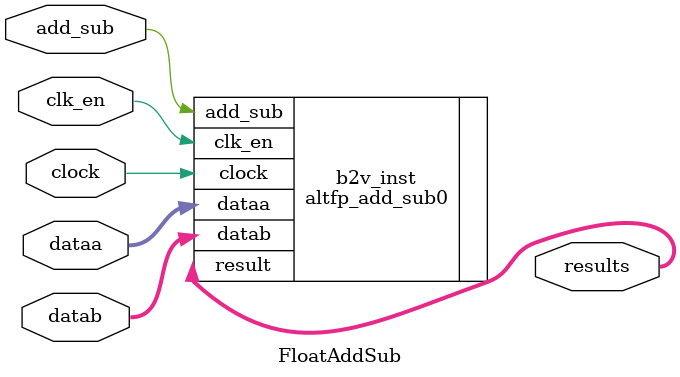
<source format=v>


module FloatAddSub(
	clock,
	add_sub,
	clk_en,
	dataa,
	datab,
	results
);


input wire	clock;
input wire	add_sub;
input wire	clk_en;
input wire	[31:0] dataa;
input wire	[31:0] datab;
output wire	[31:0] results;






altfp_add_sub0	b2v_inst(
	.add_sub(add_sub),
	.clock(clock),
	.clk_en(clk_en),
	.dataa(dataa),
	.datab(datab),
	.result(results));


endmodule

</source>
